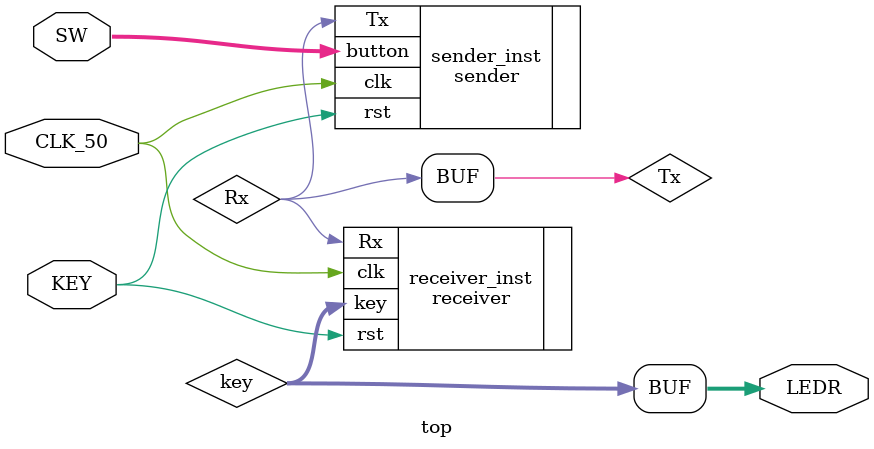
<source format=v>

module top(
    input wire CLK_50,
    input wire [0:0]KEY ,
    input wire [3:0] SW,  // 4 buttons
    output wire [2:0] LEDR     // 3 LEDs
);

    // Internal wires
    wire Tx;
    wire Rx;
    wire [2:0] key;

    // Instantiate the sender module
    sender sender_inst (
        .rst(KEY),
        .clk(CLK_50),
        .button(SW),
        .Tx(Tx)
    );
    assign Rx = Tx;

    // Instantiate the receiver module
    receiver receiver_inst (
        .rst(KEY),
        .clk(CLK_50),
        .Rx(Rx),  // Connect Tx from sender to Rx of receiver
        .key(key)
    );

    // Connect the key output from the receiver to the LEDs
    assign LEDR = key;

endmodule

</source>
